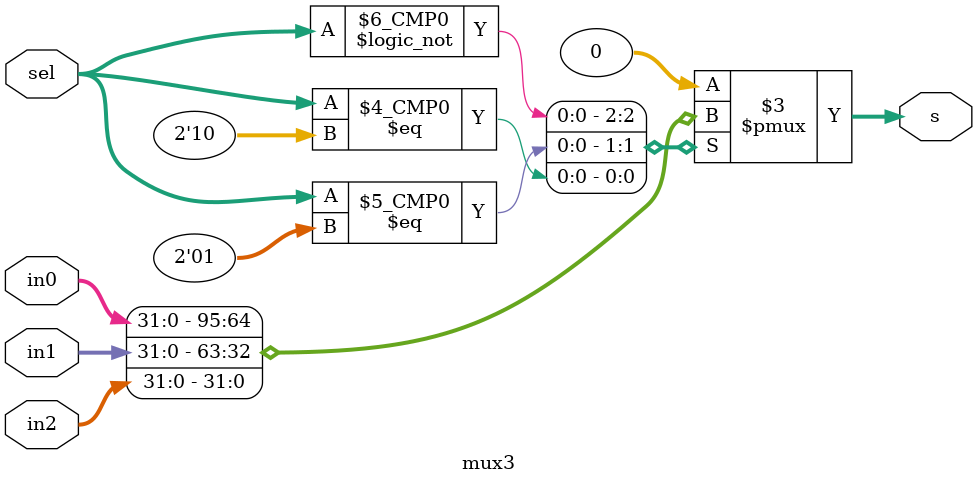
<source format=v>
`timescale 1ns / 1ps


module mux3(
    input [1:0] sel,
    input [31:0] in0, in1, in2,
    output reg [31:0] s
    );
    always @(*) begin
        case (sel)
            2'b00: s = in0;
            2'b01: s = in1;
            2'b10: s = in2;
            default: s = 32'b0;
        endcase
    end
endmodule

</source>
